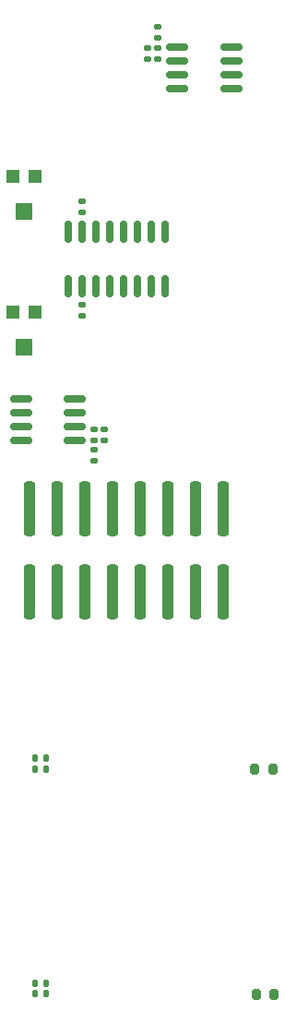
<source format=gbr>
%TF.GenerationSoftware,KiCad,Pcbnew,7.0.1*%
%TF.CreationDate,2023-04-20T06:23:29-07:00*%
%TF.ProjectId,wissystem_vca1,77697373-7973-4746-956d-5f766361312e,rev?*%
%TF.SameCoordinates,Original*%
%TF.FileFunction,Paste,Top*%
%TF.FilePolarity,Positive*%
%FSLAX46Y46*%
G04 Gerber Fmt 4.6, Leading zero omitted, Abs format (unit mm)*
G04 Created by KiCad (PCBNEW 7.0.1) date 2023-04-20 06:23:29*
%MOMM*%
%LPD*%
G01*
G04 APERTURE LIST*
G04 Aperture macros list*
%AMRoundRect*
0 Rectangle with rounded corners*
0 $1 Rounding radius*
0 $2 $3 $4 $5 $6 $7 $8 $9 X,Y pos of 4 corners*
0 Add a 4 corners polygon primitive as box body*
4,1,4,$2,$3,$4,$5,$6,$7,$8,$9,$2,$3,0*
0 Add four circle primitives for the rounded corners*
1,1,$1+$1,$2,$3*
1,1,$1+$1,$4,$5*
1,1,$1+$1,$6,$7*
1,1,$1+$1,$8,$9*
0 Add four rect primitives between the rounded corners*
20,1,$1+$1,$2,$3,$4,$5,0*
20,1,$1+$1,$4,$5,$6,$7,0*
20,1,$1+$1,$6,$7,$8,$9,0*
20,1,$1+$1,$8,$9,$2,$3,0*%
G04 Aperture macros list end*
%ADD10RoundRect,0.255000X0.255000X-2.245000X0.255000X2.245000X-0.255000X2.245000X-0.255000X-2.245000X0*%
%ADD11RoundRect,0.135000X0.185000X-0.135000X0.185000X0.135000X-0.185000X0.135000X-0.185000X-0.135000X0*%
%ADD12RoundRect,0.135000X-0.135000X-0.185000X0.135000X-0.185000X0.135000X0.185000X-0.135000X0.185000X0*%
%ADD13RoundRect,0.200000X0.200000X0.275000X-0.200000X0.275000X-0.200000X-0.275000X0.200000X-0.275000X0*%
%ADD14R,1.200000X1.200000*%
%ADD15R,1.600000X1.500000*%
%ADD16RoundRect,0.150000X-0.825000X-0.150000X0.825000X-0.150000X0.825000X0.150000X-0.825000X0.150000X0*%
%ADD17RoundRect,0.135000X0.135000X0.185000X-0.135000X0.185000X-0.135000X-0.185000X0.135000X-0.185000X0*%
%ADD18RoundRect,0.150000X0.825000X0.150000X-0.825000X0.150000X-0.825000X-0.150000X0.825000X-0.150000X0*%
%ADD19RoundRect,0.135000X-0.185000X0.135000X-0.185000X-0.135000X0.185000X-0.135000X0.185000X0.135000X0*%
%ADD20RoundRect,0.150000X0.150000X-0.850000X0.150000X0.850000X-0.150000X0.850000X-0.150000X-0.850000X0*%
G04 APERTURE END LIST*
D10*
%TO.C,J1*%
X26517600Y-91826400D03*
X26517600Y-84226400D03*
X29057600Y-91826400D03*
X29057600Y-84226400D03*
X31597600Y-91826400D03*
X31597600Y-84226400D03*
X34137600Y-91826400D03*
X34137600Y-84226400D03*
X36677600Y-91826400D03*
X36677600Y-84226400D03*
X39217600Y-91826400D03*
X39217600Y-84226400D03*
X41757600Y-91826400D03*
X41757600Y-84226400D03*
X44297600Y-91826400D03*
X44297600Y-84226400D03*
%TD*%
D11*
%TO.C,R3*%
X31394400Y-66501200D03*
X31394400Y-65481200D03*
%TD*%
D12*
%TO.C,R6*%
X27025600Y-107086400D03*
X28045600Y-107086400D03*
%TD*%
D13*
%TO.C,R4*%
X48995600Y-128727200D03*
X47345600Y-128727200D03*
%TD*%
D14*
%TO.C,RV3*%
X27060400Y-53724400D03*
D15*
X26060400Y-56974400D03*
D14*
X25060400Y-53724400D03*
%TD*%
D16*
%TO.C,U3*%
X45045400Y-41833800D03*
X45045400Y-43103800D03*
X45045400Y-44373800D03*
X45045400Y-45643800D03*
X40095400Y-45643800D03*
X40095400Y-44373800D03*
X40095400Y-43103800D03*
X40095400Y-41833800D03*
%TD*%
D13*
%TO.C,R10*%
X48894000Y-108051600D03*
X47244000Y-108051600D03*
%TD*%
D12*
%TO.C,R13*%
X27021600Y-127711200D03*
X28041600Y-127711200D03*
%TD*%
D17*
%TO.C,R7*%
X27023600Y-108051600D03*
X28043600Y-108051600D03*
%TD*%
D18*
%TO.C,U1*%
X30719800Y-77901800D03*
X30719800Y-76631800D03*
X30719800Y-75361800D03*
X30719800Y-74091800D03*
X25769800Y-74091800D03*
X25769800Y-75361800D03*
X25769800Y-76631800D03*
X25769800Y-77901800D03*
%TD*%
D17*
%TO.C,R14*%
X28045600Y-128676400D03*
X27025600Y-128676400D03*
%TD*%
D11*
%TO.C,R2*%
X33426400Y-77927200D03*
X33426400Y-76907200D03*
%TD*%
D19*
%TO.C,R8*%
X37388800Y-41910000D03*
X37388800Y-42930000D03*
%TD*%
%TO.C,R9*%
X31343600Y-56028400D03*
X31343600Y-57048400D03*
%TD*%
%TO.C,R1*%
X32461200Y-76907200D03*
X32461200Y-77927200D03*
%TD*%
D20*
%TO.C,U2*%
X30099000Y-58764800D03*
X31369000Y-58764800D03*
X32639000Y-58764800D03*
X33909000Y-58764800D03*
X35179000Y-58764800D03*
X36449000Y-58764800D03*
X37719000Y-58764800D03*
X38989000Y-58764800D03*
X38989000Y-63764800D03*
X37719000Y-63764800D03*
X36449000Y-63764800D03*
X35179000Y-63764800D03*
X33909000Y-63764800D03*
X32639000Y-63764800D03*
X31369000Y-63764800D03*
X30099000Y-63764800D03*
%TD*%
D11*
%TO.C,R5*%
X32461200Y-79808800D03*
X32461200Y-78788800D03*
%TD*%
%TO.C,R11*%
X38354000Y-42930000D03*
X38354000Y-41910000D03*
%TD*%
D19*
%TO.C,R12*%
X38354000Y-40028400D03*
X38354000Y-41048400D03*
%TD*%
D14*
%TO.C,RV2*%
X25060400Y-66147200D03*
D15*
X26060400Y-69397200D03*
D14*
X27060400Y-66147200D03*
%TD*%
M02*

</source>
